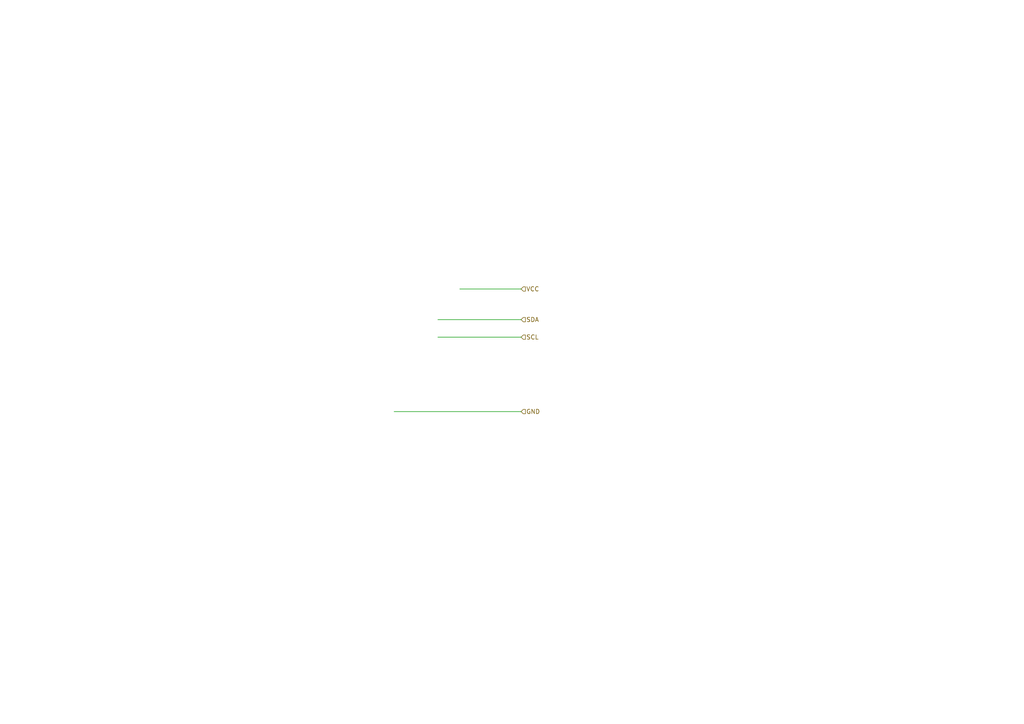
<source format=kicad_sch>
(kicad_sch
	(version 20231120)
	(generator "eeschema")
	(generator_version "8.0")
	(uuid "ceb32fda-4dec-442c-9704-91dd2d5a6483")
	(paper "A4")
	(title_block
		(title "SLA-BOX")
		(date "2024-11-27")
		(rev "B")
		(company "avatarsd LLC")
		(comment 3 "day 1008")
		(comment 4 "by S.D.")
	)
	(lib_symbols)
	(wire
		(pts
			(xy 151.13 83.82) (xy 133.35 83.82)
		)
		(stroke
			(width 0)
			(type default)
		)
		(uuid "409c9915-bd6b-487b-b0bf-ae996df49d97")
	)
	(wire
		(pts
			(xy 127 97.79) (xy 151.13 97.79)
		)
		(stroke
			(width 0)
			(type default)
		)
		(uuid "6362660b-0d4f-4238-b7db-0c0a63c1d1b3")
	)
	(wire
		(pts
			(xy 127 92.71) (xy 151.13 92.71)
		)
		(stroke
			(width 0)
			(type default)
		)
		(uuid "a2a433a4-9950-4add-a931-8c56f3d25741")
	)
	(wire
		(pts
			(xy 151.13 119.38) (xy 114.3 119.38)
		)
		(stroke
			(width 0)
			(type default)
		)
		(uuid "e5c97fe6-b782-4bf8-9a8a-df40668f9749")
	)
	(hierarchical_label "GND"
		(shape input)
		(at 151.13 119.38 0)
		(fields_autoplaced yes)
		(effects
			(font
				(size 1.27 1.27)
			)
			(justify left)
		)
		(uuid "adb84b11-870b-4be1-9370-e501db3462d7")
	)
	(hierarchical_label "SCL"
		(shape input)
		(at 151.13 97.79 0)
		(fields_autoplaced yes)
		(effects
			(font
				(size 1.27 1.27)
			)
			(justify left)
		)
		(uuid "b0996ae3-7cf6-4528-b562-768a22bfbc66")
	)
	(hierarchical_label "SDA"
		(shape input)
		(at 151.13 92.71 0)
		(fields_autoplaced yes)
		(effects
			(font
				(size 1.27 1.27)
			)
			(justify left)
		)
		(uuid "b9f06897-40ce-493a-b21e-dccab4321263")
	)
	(hierarchical_label "VCC"
		(shape input)
		(at 151.13 83.82 0)
		(fields_autoplaced yes)
		(effects
			(font
				(size 1.27 1.27)
			)
			(justify left)
		)
		(uuid "d4f51e75-a3b6-470d-bf09-f83a5dad73e2")
	)
)

</source>
